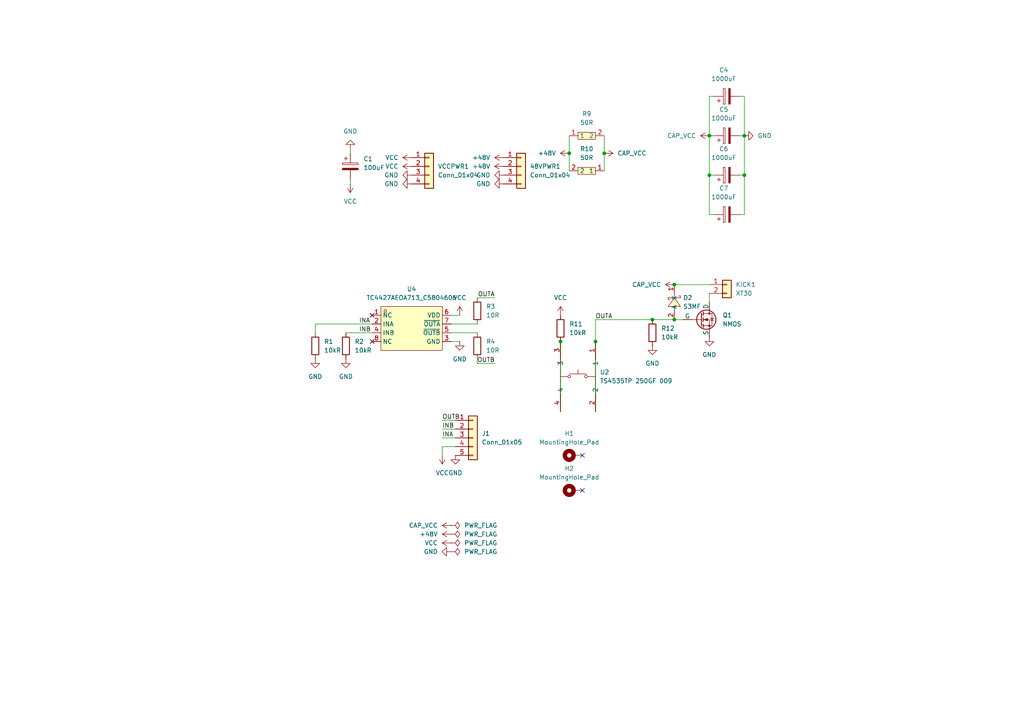
<source format=kicad_sch>
(kicad_sch (version 20231120) (generator "eeschema") (generator_version "8.0")
  (paper "A4")
  (lib_symbols
    (symbol "Connector_Generic:Conn_01x02" (pin_names (offset 1.016) hide)
      (property "Reference" "J" (at 0 2.54 0))
      (property "Value" "Conn_01x02" (at 0 -5.08 0))
      (symbol "Conn_01x02_1_1"
        (rectangle (start -1.27 -2.413) (end 0 -2.667) (stroke (width 0.1524)))
        (rectangle (start -1.27 0.127) (end 0 -0.127) (stroke (width 0.1524)))
        (rectangle (start -1.27 1.27) (end 1.27 -3.81) (stroke (width 0.254)) (fill (type background)))
        (pin passive line (at -5.08 0 0) (length 3.81) (name "Pin_1") (number "1"))
        (pin passive line (at -5.08 -2.54 0) (length 3.81) (name "Pin_2") (number "2"))
      )
    )
    (symbol "Connector_Generic:Conn_01x04" (pin_names (offset 1.016) hide)
      (property "Reference" "J" (at 0 5.08 0))
      (property "Value" "Conn_01x04" (at 0 -7.62 0))
      (symbol "Conn_01x04_1_1"
        (rectangle (start -1.27 -4.953) (end 0 -5.207) (stroke (width 0.1524)))
        (rectangle (start -1.27 -2.413) (end 0 -2.667) (stroke (width 0.1524)))
        (rectangle (start -1.27 0.127) (end 0 -0.127) (stroke (width 0.1524)))
        (rectangle (start -1.27 2.667) (end 0 2.413) (stroke (width 0.1524)))
        (rectangle (start -1.27 3.81) (end 1.27 -6.35) (stroke (width 0.254)) (fill (type background)))
        (pin passive line (at -5.08 2.54 0) (length 3.81) (name "Pin_1") (number "1"))
        (pin passive line (at -5.08 0 0) (length 3.81) (name "Pin_2") (number "2"))
        (pin passive line (at -5.08 -2.54 0) (length 3.81) (name "Pin_3") (number "3"))
        (pin passive line (at -5.08 -5.08 0) (length 3.81) (name "Pin_4") (number "4"))
      )
    )
    (symbol "Connector_Generic:Conn_01x05" (pin_names (offset 1.016) hide)
      (property "Reference" "J" (at 0 7.62 0))
      (property "Value" "Conn_01x05" (at 0 -7.62 0))
      (symbol "Conn_01x05_1_1"
        (rectangle (start -1.27 -4.953) (end 0 -5.207) (stroke (width 0.1524)))
        (rectangle (start -1.27 -2.413) (end 0 -2.667) (stroke (width 0.1524)))
        (rectangle (start -1.27 0.127) (end 0 -0.127) (stroke (width 0.1524)))
        (rectangle (start -1.27 2.667) (end 0 2.413) (stroke (width 0.1524)))
        (rectangle (start -1.27 5.207) (end 0 4.953) (stroke (width 0.1524)))
        (rectangle (start -1.27 6.35) (end 1.27 -6.35) (stroke (width 0.254)) (fill (type background)))
        (pin passive line (at -5.08 5.08 0) (length 3.81) (name "Pin_1") (number "1"))
        (pin passive line (at -5.08 2.54 0) (length 3.81) (name "Pin_2") (number "2"))
        (pin passive line (at -5.08 0 0) (length 3.81) (name "Pin_3") (number "3"))
        (pin passive line (at -5.08 -2.54 0) (length 3.81) (name "Pin_4") (number "4"))
        (pin passive line (at -5.08 -5.08 0) (length 3.81) (name "Pin_5") (number "5"))
      )
    )
    (symbol "Device:C_Polarized" (pin_numbers hide) (pin_names (offset 0.254))
      (property "Reference" "C" (at 0.635 2.54 0))
      (property "Value" "C_Polarized" (at 0.635 -2.54 0))
      (symbol "C_Polarized_0_1"
        (rectangle (start -2.286 0.508) (end 2.286 1.016))
        (polyline (pts (xy -1.778 2.286) (xy -0.762 2.286)))
        (polyline (pts (xy -1.27 2.794) (xy -1.27 1.778)))
        (rectangle (start 2.286 -0.508) (end -2.286 -1.016) (fill (type outline)))
      )
      (symbol "C_Polarized_1_1"
        (pin passive line (at 0 3.81 270) (length 2.794) (name "~") (number "1"))
        (pin passive line (at 0 -3.81 90) (length 2.794) (name "~") (number "2"))
      )
    )
    (symbol "Device:R" (pin_numbers hide) (pin_names (offset 0))
      (property "Reference" "R" (at 2.032 0 90))
      (property "Value" "R" (at 0 0 90))
      (symbol "R_0_1"
        (rectangle (start -1.016 -2.54) (end 1.016 2.54) (stroke (width 0.254)))
      )
      (symbol "R_1_1"
        (pin passive line (at 0 3.81 270) (length 1.27) (name "~") (number "1"))
        (pin passive line (at 0 -3.81 90) (length 1.27) (name "~") (number "2"))
      )
    )
    (symbol "EasyEDA:S3MF_C18199092"
      (property "Reference" "D" (at 0 6.35 0))
      (property "Value" "S3MF_C18199092" (at 0 -3.81 0))
      (symbol "S3MF_C18199092_0_1"
        (polyline (pts (xy -1.27 1.27) (xy -2.54 1.27)))
        (polyline (pts (xy 2.54 1.27) (xy 1.27 1.27)))
        (polyline (pts (xy 1.27 3.05) (xy -1.27 1.27) (xy 1.27 -0.51) (xy 1.27 3.05)) (fill (type background)))
        (polyline (pts (xy -1.78 2.54) (xy -1.78 3.05) (xy -1.27 3.05) (xy -1.27 -0.51) (xy -0.76 -0.51) (xy -0.76 0)))
      )
      (symbol "S3MF_C18199092_1_1"
        (pin passive line (at -5.08 1.27 0) (length 2.54) (name "K") (number "1"))
        (pin passive line (at 5.08 1.27 180) (length 2.54) (name "A") (number "2"))
      )
    )
    (symbol "EasyEDA:TC4427AEOA713_C5804606"
      (property "Reference" "U" (at 0 8.89 0))
      (property "Value" "TC4427AEOA713_C5804606" (at 0 -8.89 0))
      (symbol "TC4427AEOA713_C5804606_0_1"
        (rectangle (start -8.89 6.35) (end 8.89 -6.35) (fill (type background)))
        (circle (center -7.62 5.08) (radius 0.38))
      )
      (symbol "TC4427AEOA713_C5804606_1_1"
        (pin no_connect line (at -11.43 3.81 0) (length 2.54) (name "NC") (number "1"))
        (pin input line (at -11.43 1.27 0) (length 2.54) (name "INA") (number "2"))
        (pin power_in line (at 11.43 -3.81 180) (length 2.54) (name "GND") (number "3"))
        (pin input line (at -11.43 -1.27 0) (length 2.54) (name "INB") (number "4"))
        (pin output line (at 11.43 -1.27 180) (length 2.54) (name "~{OUTB}") (number "5"))
        (pin power_in line (at 11.43 3.81 180) (length 2.54) (name "VDD") (number "6"))
        (pin output line (at 11.43 1.27 180) (length 2.54) (name "~{OUTA}") (number "7"))
        (pin no_connect line (at -11.43 -3.81 0) (length 2.54) (name "NC") (number "8"))
      )
    )
    (symbol "EasyEDA:TO-220-35W-100R-5%"
      (property "Reference" "U" (at 0 5.08 0))
      (property "Value" "TO-220-35W-100R-5%" (at 0 -5.08 0))
      (symbol "TO-220-35W-100R-5%_0_1"
        (rectangle (start -2.54 1.02) (end 2.54 -1.02) (fill (type background)))
      )
      (symbol "TO-220-35W-100R-5%_1_1"
        (pin passive line (at -5.08 0 0) (length 2.54) (name "1") (number "1"))
        (pin passive line (at 5.08 0 180) (length 2.54) (name "2") (number "2"))
      )
    )
    (symbol "EasyEDA:TS4535TP250GF009"
      (property "Reference" "U" (at 0 10.16 0))
      (property "Value" "TS4535TP 250GF 009" (at 0 -10.16 0))
      (symbol "TS4535TP250GF009_0_1"
        (circle (center 0 -2.54) (radius 0.38))
        (polyline (pts (xy -5.08 -5.08) (xy 5.08 -5.08)))
        (polyline (pts (xy -5.08 5.08) (xy 5.08 5.08)))
        (polyline (pts (xy -2.03 0) (xy -0.76 0)))
        (polyline (pts (xy -0.76 2.54) (xy -0.76 -2.54)))
        (polyline (pts (xy 0 -5.08) (xy 0 -3.05)))
        (polyline (pts (xy 0 5.08) (xy 0 2.79)))
        (circle (center 0 2.29) (radius 0.38))
        (pin unspecified line (at -10.16 5.08 0) (length 5.08) (name "1") (number "1"))
        (pin unspecified line (at 10.16 5.08 180) (length 5.08) (name "2") (number "2"))
        (pin unspecified line (at -10.16 -5.08 0) (length 5.08) (name "3") (number "3"))
        (pin unspecified line (at 10.16 -5.08 180) (length 5.08) (name "4") (number "4"))
      )
    )
    (symbol "Mechanical:MountingHole_Pad" (pin_numbers hide) (pin_names (offset 1.016) hide) (exclude_from_sim yes) (in_bom no)
      (property "Reference" "H" (at 0 6.35 0))
      (property "Value" "MountingHole_Pad" (at 0 4.445 0))
      (symbol "MountingHole_Pad_0_1"
        (circle (center 0 1.27) (radius 1.27) (stroke (width 1.27)))
      )
      (symbol "MountingHole_Pad_1_1"
        (pin input line (at 0 -2.54 90) (length 2.54) (name "1") (number "1"))
      )
    )
    (symbol "Simulation_SPICE:NMOS" (pin_numbers hide) (pin_names (offset 0))
      (property "Reference" "Q" (at 5.08 1.27 0))
      (property "Value" "NMOS" (at 5.08 -1.27 0))
      (symbol "NMOS_0_1"
        (polyline (pts (xy 0.254 0) (xy -2.54 0)))
        (polyline (pts (xy 0.254 1.905) (xy 0.254 -1.905)) (stroke (width 0.254)))
        (polyline (pts (xy 0.762 -1.27) (xy 0.762 -2.286)) (stroke (width 0.254)))
        (polyline (pts (xy 0.762 0.508) (xy 0.762 -0.508)) (stroke (width 0.254)))
        (polyline (pts (xy 0.762 2.286) (xy 0.762 1.27)) (stroke (width 0.254)))
        (polyline (pts (xy 2.54 2.54) (xy 2.54 1.778)))
        (polyline (pts (xy 2.54 -2.54) (xy 2.54 0) (xy 0.762 0)))
        (polyline (pts (xy 0.762 -1.778) (xy 3.302 -1.778) (xy 3.302 1.778) (xy 0.762 1.778)))
        (polyline (pts (xy 1.016 0) (xy 2.032 0.381) (xy 2.032 -0.381) (xy 1.016 0)) (fill (type outline)))
        (polyline (pts (xy 2.794 0.508) (xy 2.921 0.381) (xy 3.683 0.381) (xy 3.81 0.254)))
        (polyline (pts (xy 3.302 0.381) (xy 2.921 -0.254) (xy 3.683 -0.254) (xy 3.302 0.381)))
        (circle (center 1.651 0) (radius 2.794) (stroke (width 0.254)))
        (circle (center 2.54 -1.778) (radius 0.254) (fill (type outline)))
        (circle (center 2.54 1.778) (radius 0.254) (fill (type outline)))
      )
      (symbol "NMOS_1_1"
        (pin passive line (at 2.54 5.08 270) (length 2.54) (name "D") (number "1"))
        (pin input line (at -5.08 0 0) (length 2.54) (name "G") (number "2"))
        (pin passive line (at 2.54 -5.08 90) (length 2.54) (name "S") (number "3"))
      )
    )
    (symbol "power:+48V" (power) (pin_numbers hide) (pin_names (offset 0) hide)
      (property "Value" "+48V" (at 0 3.556 0))
      (symbol "+48V_0_1"
        (polyline (pts (xy -0.762 1.27) (xy 0 2.54)))
        (polyline (pts (xy 0 0) (xy 0 2.54)))
        (polyline (pts (xy 0 2.54) (xy 0.762 1.27)))
      )
      (symbol "+48V_1_1"
        (pin power_in line (at 0 0 90) (length 0) (name "~") (number "1"))
      )
    )
    (symbol "power:GND" (power) (pin_numbers hide) (pin_names (offset 0) hide)
      (property "Value" "GND" (at 0 -3.81 0))
      (symbol "GND_0_1"
        (polyline (pts (xy 0 0) (xy 0 -1.27) (xy 1.27 -1.27) (xy 0 -2.54) (xy -1.27 -1.27) (xy 0 -1.27)))
      )
      (symbol "GND_1_1"
        (pin power_in line (at 0 0 270) (length 0) (name "~") (number "1"))
      )
    )
    (symbol "power:PWR_FLAG" (power) (pin_numbers hide) (pin_names (offset 0) hide)
      (property "Value" "PWR_FLAG" (at 0 3.81 0))
      (symbol "PWR_FLAG_0_0"
        (pin power_out line (at 0 0 90) (length 0) (name "~") (number "1"))
      )
      (symbol "PWR_FLAG_0_1"
        (polyline (pts (xy 0 0) (xy 0 1.27) (xy -1.016 1.905) (xy 0 2.54) (xy 1.016 1.905) (xy 0 1.27)))
      )
    )
    (symbol "power:VCC" (power) (pin_numbers hide) (pin_names (offset 0) hide)
      (property "Value" "VCC" (at 0 3.556 0))
      (symbol "VCC_0_1"
        (polyline (pts (xy -0.762 1.27) (xy 0 2.54)))
        (polyline (pts (xy 0 0) (xy 0 2.54)))
        (polyline (pts (xy 0 2.54) (xy 0.762 1.27)))
      )
      (symbol "VCC_1_1"
        (pin power_in line (at 0 0 90) (length 0) (name "~") (number "1"))
      )
    )
  )
  (junction (at 195.58 92.71))
  (junction (at 215.9 39.37))
  (junction (at 205.74 39.37))
  (junction (at 165.1 44.45))
  (junction (at 215.9 50.8))
  (junction (at 172.72 99.06))
  (junction (at 189.23 92.71))
  (junction (at 175.26 44.45))
  (junction (at 162.56 99.06))
  (junction (at 195.58 82.55))
  (junction (at 205.74 50.8))
  (no_connect (at 168.91 142.24))
  (no_connect (at 168.91 132.08))
  (no_connect (at 107.95 99.06))
  (no_connect (at 107.95 91.44))
  (wire (pts (xy 215.9 62.23) (xy 215.9 50.8)))
  (wire (pts (xy 138.43 105.41) (xy 138.43 104.14)))
  (wire (pts (xy 101.6 43.18) (xy 101.6 44.45)))
  (wire (pts (xy 130.81 93.98) (xy 138.43 93.98)))
  (wire (pts (xy 130.81 96.52) (xy 138.43 96.52)))
  (wire (pts (xy 172.72 92.71) (xy 172.72 99.06)))
  (wire (pts (xy 175.26 44.45) (xy 175.26 49.53)))
  (wire (pts (xy 128.27 127) (xy 132.08 127)))
  (wire (pts (xy 205.74 85.09) (xy 205.74 87.63)))
  (wire (pts (xy 214.63 62.23) (xy 215.9 62.23)))
  (wire (pts (xy 215.9 27.94) (xy 214.63 27.94)))
  (wire (pts (xy 138.43 86.36) (xy 143.51 86.36)))
  (wire (pts (xy 205.74 62.23) (xy 205.74 50.8)))
  (wire (pts (xy 215.9 50.8) (xy 214.63 50.8)))
  (wire (pts (xy 215.9 39.37) (xy 214.63 39.37)))
  (wire (pts (xy 189.23 92.71) (xy 195.58 92.71)))
  (wire (pts (xy 207.01 62.23) (xy 205.74 62.23)))
  (wire (pts (xy 100.33 96.52) (xy 107.95 96.52)))
  (wire (pts (xy 205.74 39.37) (xy 205.74 50.8)))
  (wire (pts (xy 195.58 82.55) (xy 205.74 82.55)))
  (wire (pts (xy 133.35 91.44) (xy 130.81 91.44)))
  (wire (pts (xy 165.1 39.37) (xy 165.1 44.45)))
  (wire (pts (xy 133.35 99.06) (xy 130.81 99.06)))
  (wire (pts (xy 172.72 92.71) (xy 189.23 92.71)))
  (wire (pts (xy 205.74 39.37) (xy 207.01 39.37)))
  (wire (pts (xy 162.56 99.06) (xy 162.56 119.38)))
  (wire (pts (xy 165.1 44.45) (xy 165.1 49.53)))
  (wire (pts (xy 143.51 105.41) (xy 138.43 105.41)))
  (wire (pts (xy 101.6 53.34) (xy 101.6 52.07)))
  (wire (pts (xy 215.9 39.37) (xy 215.9 50.8)))
  (wire (pts (xy 128.27 124.46) (xy 132.08 124.46)))
  (wire (pts (xy 91.44 93.98) (xy 91.44 96.52)))
  (wire (pts (xy 128.27 121.92) (xy 132.08 121.92)))
  (wire (pts (xy 205.74 27.94) (xy 207.01 27.94)))
  (wire (pts (xy 132.08 129.54) (xy 128.27 129.54)))
  (wire (pts (xy 107.95 93.98) (xy 91.44 93.98)))
  (wire (pts (xy 175.26 39.37) (xy 175.26 44.45)))
  (wire (pts (xy 205.74 27.94) (xy 205.74 39.37)))
  (wire (pts (xy 215.9 27.94) (xy 215.9 39.37)))
  (wire (pts (xy 195.58 92.71) (xy 198.12 92.71)))
  (wire (pts (xy 205.74 50.8) (xy 207.01 50.8)))
  (wire (pts (xy 172.72 99.06) (xy 172.72 119.38)))
  (wire (pts (xy 128.27 129.54) (xy 128.27 132.08)))
  (label "OUTA" (at 172.72 92.71 0))
  (label "OUTA" (at 143.51 86.36 180))
  (label "INB" (at 104.14 96.52 0))
  (label "INA" (at 128.27 127 0))
  (label "OUTB" (at 143.51 105.41 180))
  (label "INB" (at 128.27 124.46 0))
  (label "OUTB" (at 128.27 121.92 0))
  (label "INA" (at 104.14 93.98 0))
  (symbol (lib_id "power:+48V") (at 165.1 44.45 90) (unit 1)
    (property "Reference" "#PWR06" (effects (hide yes)))
    (property "Value" "+48V" (at 161.29 44.4499 90) (effects (justify left)))
    (property "Description" "Power symbol creates a global label with name \"+48V\"" (effects (hide yes)))
  )
  (symbol (lib_id "Device:R") (at 138.43 90.17 180) (unit 1)
    (property "Reference" "R3" (at 140.97 88.8999 0) (effects (justify right)))
    (property "Value" "10R" (at 140.97 91.4399 0) (effects (justify right)))
    (property "Footprint" "Resistor_SMD:R_1206_3216Metric_Pad1.30x1.75mm_HandSolder" (effects (hide yes)))
    (property "Description" "Resistor" (effects (hide yes)))
  )
  (symbol (lib_id "Mechanical:MountingHole_Pad") (at 166.37 132.08 90) (unit 1) (exclude_from_sim yes) (in_bom no)
    (property "Reference" "H1" (at 165.1 125.73 90))
    (property "Value" "MountingHole_Pad" (at 165.1 128.27 90))
    (property "Footprint" "MountingHole:MountingHole_2.2mm_M2_Pad_Via" (effects (hide yes)))
    (property "Description" "Mounting Hole with connection" (effects (hide yes)))
  )
  (symbol (lib_id "Device:R") (at 91.44 100.33 180) (unit 1)
    (property "Reference" "R1" (at 93.98 99.0599 0) (effects (justify right)))
    (property "Value" "10kR" (at 93.98 101.5999 0) (effects (justify right)))
    (property "Footprint" "Resistor_SMD:R_1206_3216Metric_Pad1.30x1.75mm_HandSolder" (effects (hide yes)))
    (property "Description" "Resistor" (effects (hide yes)))
  )
  (symbol (lib_id "power:GND") (at 91.44 104.14 0) (unit 1)
    (property "Reference" "#PWR012" (effects (hide yes)))
    (property "Value" "GND" (at 91.44 109.22 0))
    (property "Description" "Power symbol creates a global label with name \"GND\" , ground" (effects (hide yes)))
  )
  (symbol (lib_id "Device:C_Polarized") (at 210.82 62.23 90) (unit 1)
    (property "Reference" "C7" (at 209.931 54.61 90))
    (property "Value" "1000uF" (at 209.931 57.15 90))
    (property "Footprint" "EasyEDA:CAP-TH_BD13.0-P5.00-D1.2-FD" (effects (hide yes)))
    (property "Description" "Polarized capacitor" (effects (hide yes)))
  )
  (symbol (lib_id "power:VCC") (at 101.6 53.34 180) (unit 1)
    (property "Reference" "#PWR014" (effects (hide yes)))
    (property "Value" "VCC" (at 101.6 58.42 0))
    (property "Description" "Power symbol creates a global label with name \"VCC\"" (effects (hide yes)))
  )
  (symbol (lib_id "power:GND") (at 132.08 132.08 0) (unit 1)
    (property "Reference" "#PWR020" (effects (hide yes)))
    (property "Value" "GND" (at 132.08 137.16 0))
    (property "Description" "Power symbol creates a global label with name \"GND\" , ground" (effects (hide yes)))
  )
  (symbol (lib_id "Simulation_SPICE:NMOS") (at 203.2 92.71 0) (unit 1)
    (property "Reference" "Q1" (at 209.55 91.4399 0) (effects (justify left)))
    (property "Value" "NMOS" (at 209.55 93.9799 0) (effects (justify left)))
    (property "Footprint" "Package_TO_SOT_THT:TO-247-3_Vertical" (effects (hide yes)))
    (property "Datasheet" "https://ngspice.sourceforge.io/docs/ngspice-html-manual/manual.xhtml#cha_MOSFETs" (effects (hide yes)))
    (property "Description" "N-MOSFET transistor, drain/source/gate" (effects (hide yes)))
    (property "Sim.Device" "NMOS" (effects (hide yes)))
    (property "Sim.Type" "VDMOS" (effects (hide yes)))
    (property "Sim.Pins" "1=D 2=G 3=S" (effects (hide yes)))
  )
  (symbol (lib_id "power:+48V") (at 146.05 45.72 90) (unit 1)
    (property "Reference" "#PWR025" (effects (hide yes)))
    (property "Value" "+48V" (at 142.24 45.7199 90) (effects (justify left)))
    (property "Description" "Power symbol creates a global label with name \"+48V\"" (effects (hide yes)))
  )
  (symbol (lib_id "power:GND") (at 101.6 43.18 180) (unit 1)
    (property "Reference" "#PWR05" (effects (hide yes)))
    (property "Value" "GND" (at 101.6 38.1 0))
    (property "Description" "Power symbol creates a global label with name \"GND\" , ground" (effects (hide yes)))
  )
  (symbol (lib_id "Device:C_Polarized") (at 210.82 39.37 90) (unit 1)
    (property "Reference" "C5" (at 209.931 31.75 90))
    (property "Value" "1000uF" (at 209.931 34.29 90))
    (property "Footprint" "EasyEDA:CAP-TH_BD13.0-P5.00-D1.2-FD" (effects (hide yes)))
    (property "Description" "Polarized capacitor" (effects (hide yes)))
  )
  (symbol (lib_id "power:GND") (at 119.38 53.34 270) (unit 1)
    (property "Reference" "#PWR04" (effects (hide yes)))
    (property "Value" "GND" (at 115.57 53.3399 90) (effects (justify right)))
    (property "Description" "Power symbol creates a global label with name \"GND\" , ground" (effects (hide yes)))
  )
  (symbol (lib_id "power:VCC") (at 162.56 91.44 0) (unit 1)
    (property "Reference" "#PWR018" (effects (hide yes)))
    (property "Value" "VCC" (at 162.56 86.36 0))
    (property "Description" "Power symbol creates a global label with name \"VCC\"" (effects (hide yes)))
  )
  (symbol (lib_id "power:GND") (at 130.81 160.02 270) (unit 1)
    (property "Reference" "#PWR022" (effects (hide yes)))
    (property "Value" "GND" (at 127 160.0199 90) (effects (justify right)))
    (property "Description" "Power symbol creates a global label with name \"GND\" , ground" (effects (hide yes)))
  )
  (symbol (lib_id "power:VCC") (at 128.27 132.08 180) (unit 1)
    (property "Reference" "#PWR019" (effects (hide yes)))
    (property "Value" "VCC" (at 128.27 137.16 0))
    (property "Description" "Power symbol creates a global label with name \"VCC\"" (effects (hide yes)))
  )
  (symbol (lib_id "power:GND") (at 133.35 99.06 0) (unit 1)
    (property "Reference" "#PWR016" (effects (hide yes)))
    (property "Value" "GND" (at 133.35 104.14 0))
    (property "Description" "Power symbol creates a global label with name \"GND\" , ground" (effects (hide yes)))
  )
  (symbol (lib_id "power:GND") (at 146.05 50.8 270) (unit 1)
    (property "Reference" "#PWR027" (effects (hide yes)))
    (property "Value" "GND" (at 142.24 50.7999 90) (effects (justify right)))
    (property "Description" "Power symbol creates a global label with name \"GND\" , ground" (effects (hide yes)))
  )
  (symbol (lib_id "power:+48V") (at 205.74 39.37 90) (unit 1)
    (property "Reference" "#PWR08" (effects (hide yes)))
    (property "Value" "CAP_VCC" (at 201.93 39.3699 90) (effects (justify left)))
    (property "Description" "Power symbol creates a global label with name \"+48V\"" (effects (hide yes)))
  )
  (symbol (lib_id "Device:C_Polarized") (at 210.82 50.8 90) (unit 1)
    (property "Reference" "C6" (at 209.931 43.18 90))
    (property "Value" "1000uF" (at 209.931 45.72 90))
    (property "Footprint" "EasyEDA:CAP-TH_BD13.0-P5.00-D1.2-FD" (effects (hide yes)))
    (property "Description" "Polarized capacitor" (effects (hide yes)))
  )
  (symbol (lib_id "power:GND") (at 146.05 53.34 270) (unit 1)
    (property "Reference" "#PWR028" (effects (hide yes)))
    (property "Value" "GND" (at 142.24 53.3399 90) (effects (justify right)))
    (property "Description" "Power symbol creates a global label with name \"GND\" , ground" (effects (hide yes)))
  )
  (symbol (lib_id "EasyEDA:TS4535TP250GF009") (at 167.64 109.22 270) (unit 1)
    (property "Reference" "U2" (at 173.99 107.9499 90) (effects (justify left)))
    (property "Value" "TS4535TP 250GF 009" (at 173.99 110.4899 90) (effects (justify left)))
    (property "Footprint" "EasyEDA:SW-SMD_4P-L4.5-W4.5-P3.00-LS6.8" (effects (hide yes)))
    (property "LCSC Part" "C5342982" (effects (hide yes)))
  )
  (symbol (lib_id "Connector_Generic:Conn_01x02") (at 210.82 82.55 0) (unit 1)
    (property "Reference" "KICK1" (at 213.36 82.5499 0) (effects (justify left)))
    (property "Value" "XT30" (at 213.36 85.0899 0) (effects (justify left)))
    (property "Footprint" "Connector_AMASS:AMASS_XT30U-F_1x02_P5.0mm_Vertical" (effects (hide yes)))
    (property "Description" "Generic connector, single row, 01x02, script generated (kicad-library-utils/schlib/autogen/connector/)" (effects (hide yes)))
  )
  (symbol (lib_id "Device:C_Polarized") (at 101.6 48.26 0) (unit 1)
    (property "Reference" "C1" (at 105.41 46.1009 0) (effects (justify left)))
    (property "Value" "100uF" (at 105.41 48.6409 0) (effects (justify left)))
    (property "Footprint" "Capacitor_SMD:CP_Elec_6.3x7.7" (effects (hide yes)))
    (property "Description" "Polarized capacitor" (effects (hide yes)))
  )
  (symbol (lib_id "power:+48V") (at 195.58 82.55 90) (unit 1)
    (property "Reference" "#PWR010" (effects (hide yes)))
    (property "Value" "CAP_VCC" (at 191.77 82.5499 90) (effects (justify left)))
    (property "Description" "Power symbol creates a global label with name \"+48V\"" (effects (hide yes)))
  )
  (symbol (lib_id "power:+48V") (at 130.81 154.94 90) (unit 1)
    (property "Reference" "#PWR023" (effects (hide yes)))
    (property "Value" "+48V" (at 127 154.9399 90) (effects (justify left)))
    (property "Description" "Power symbol creates a global label with name \"+48V\"" (effects (hide yes)))
  )
  (symbol (lib_id "EasyEDA:S3MF_C18199092") (at 194.31 87.63 270) (unit 1)
    (property "Reference" "D2" (at 198.12 86.3599 90) (effects (justify left)))
    (property "Value" "S3MF" (at 198.12 88.8999 90) (effects (justify left)))
    (property "Footprint" "EasyEDA:SMAF_L3.5-W2.6-LS4.7-RD-1" (effects (hide yes)))
    (property "LCSC Part" "C18199092" (effects (hide yes)))
  )
  (symbol (lib_id "power:+48V") (at 130.81 152.4 90) (unit 1)
    (property "Reference" "#PWR024" (effects (hide yes)))
    (property "Value" "CAP_VCC" (at 127 152.3999 90) (effects (justify left)))
    (property "Description" "Power symbol creates a global label with name \"+48V\"" (effects (hide yes)))
  )
  (symbol (lib_id "Device:R") (at 162.56 95.25 0) (unit 1)
    (property "Reference" "R11" (at 165.1 93.9799 0) (effects (justify left)))
    (property "Value" "10kR" (at 165.1 96.5199 0) (effects (justify left)))
    (property "Footprint" "Resistor_SMD:R_1206_3216Metric_Pad1.30x1.75mm_HandSolder" (effects (hide yes)))
    (property "Description" "Resistor" (effects (hide yes)))
  )
  (symbol (lib_id "power:GND") (at 189.23 100.33 0) (unit 1)
    (property "Reference" "#PWR017" (effects (hide yes)))
    (property "Value" "GND" (at 189.23 105.41 0))
    (property "Description" "Power symbol creates a global label with name \"GND\" , ground" (effects (hide yes)))
  )
  (symbol (lib_id "power:VCC") (at 119.38 48.26 90) (unit 1)
    (property "Reference" "#PWR02" (effects (hide yes)))
    (property "Value" "VCC" (at 115.57 48.2599 90) (effects (justify left)))
    (property "Description" "Power symbol creates a global label with name \"VCC\"" (effects (hide yes)))
  )
  (symbol (lib_id "power:PWR_FLAG") (at 130.81 154.94 270) (unit 1)
    (property "Reference" "#FLG03" (effects (hide yes)))
    (property "Value" "PWR_FLAG" (at 134.62 154.9399 90) (effects (justify left)))
    (property "Description" "Special symbol for telling ERC where power comes from" (effects (hide yes)))
  )
  (symbol (lib_id "Device:C_Polarized") (at 210.82 27.94 90) (unit 1)
    (property "Reference" "C4" (at 209.931 20.32 90))
    (property "Value" "1000uF" (at 209.931 22.86 90))
    (property "Footprint" "EasyEDA:CAP-TH_BD13.0-P5.00-D1.2-FD" (effects (hide yes)))
    (property "Description" "Polarized capacitor" (effects (hide yes)))
  )
  (symbol (lib_id "EasyEDA:TC4427AEOA713_C5804606") (at 119.38 95.25 0) (unit 1)
    (property "Reference" "U4" (at 119.38 83.82 0))
    (property "Value" "TC4427AEOA713_C5804606" (at 119.38 86.36 0))
    (property "Footprint" "EasyEDA:SOIC-8_L4.9-W3.9-P1.27-LS6.0-BL" (effects (hide yes)))
    (property "LCSC Part" "C5804606" (effects (hide yes)))
  )
  (symbol (lib_id "power:PWR_FLAG") (at 130.81 157.48 270) (unit 1)
    (property "Reference" "#FLG01" (effects (hide yes)))
    (property "Value" "PWR_FLAG" (at 134.62 157.4799 90) (effects (justify left)))
    (property "Description" "Special symbol for telling ERC where power comes from" (effects (hide yes)))
  )
  (symbol (lib_id "power:VCC") (at 133.35 91.44 0) (unit 1)
    (property "Reference" "#PWR015" (effects (hide yes)))
    (property "Value" "VCC" (at 133.35 86.36 0))
    (property "Description" "Power symbol creates a global label with name \"VCC\"" (effects (hide yes)))
  )
  (symbol (lib_id "power:GND") (at 205.74 97.79 0) (unit 1)
    (property "Reference" "#PWR011" (effects (hide yes)))
    (property "Value" "GND" (at 205.74 102.87 0))
    (property "Description" "Power symbol creates a global label with name \"GND\" , ground" (effects (hide yes)))
  )
  (symbol (lib_id "power:VCC") (at 119.38 45.72 90) (unit 1)
    (property "Reference" "#PWR01" (effects (hide yes)))
    (property "Value" "VCC" (at 115.57 45.7199 90) (effects (justify left)))
    (property "Description" "Power symbol creates a global label with name \"VCC\"" (effects (hide yes)))
  )
  (symbol (lib_id "power:GND") (at 100.33 104.14 0) (unit 1)
    (property "Reference" "#PWR013" (effects (hide yes)))
    (property "Value" "GND" (at 100.33 109.22 0))
    (property "Description" "Power symbol creates a global label with name \"GND\" , ground" (effects (hide yes)))
  )
  (symbol (lib_id "power:VCC") (at 130.81 157.48 90) (unit 1)
    (property "Reference" "#PWR021" (effects (hide yes)))
    (property "Value" "VCC" (at 127 157.4799 90) (effects (justify left)))
    (property "Description" "Power symbol creates a global label with name \"VCC\"" (effects (hide yes)))
  )
  (symbol (lib_id "Connector_Generic:Conn_01x04") (at 151.13 48.26 0) (unit 1)
    (property "Reference" "48VPWR1" (at 153.67 48.2599 0) (effects (justify left)))
    (property "Value" "Conn_01x04" (at 153.67 50.7999 0) (effects (justify left)))
    (property "Footprint" "Connector_PinHeader_2.54mm:PinHeader_1x04_P2.54mm_Vertical" (effects (hide yes)))
    (property "Description" "Generic connector, single row, 01x04, script generated (kicad-library-utils/schlib/autogen/connector/)" (effects (hide yes)))
  )
  (symbol (lib_id "Connector_Generic:Conn_01x04") (at 124.46 48.26 0) (unit 1)
    (property "Reference" "VCCPWR1" (at 127 48.2599 0) (effects (justify left)))
    (property "Value" "Conn_01x04" (at 127 50.7999 0) (effects (justify left)))
    (property "Footprint" "Connector_PinHeader_2.54mm:PinHeader_1x04_P2.54mm_Vertical" (effects (hide yes)))
    (property "Description" "Generic connector, single row, 01x04, script generated (kicad-library-utils/schlib/autogen/connector/)" (effects (hide yes)))
  )
  (symbol (lib_id "Device:R") (at 100.33 100.33 180) (unit 1)
    (property "Reference" "R2" (at 102.87 99.0599 0) (effects (justify right)))
    (property "Value" "10kR" (at 102.87 101.5999 0) (effects (justify right)))
    (property "Footprint" "Resistor_SMD:R_1206_3216Metric_Pad1.30x1.75mm_HandSolder" (effects (hide yes)))
    (property "Description" "Resistor" (effects (hide yes)))
  )
  (symbol (lib_id "power:GND") (at 119.38 50.8 270) (unit 1)
    (property "Reference" "#PWR03" (effects (hide yes)))
    (property "Value" "GND" (at 115.57 50.7999 90) (effects (justify right)))
    (property "Description" "Power symbol creates a global label with name \"GND\" , ground" (effects (hide yes)))
  )
  (symbol (lib_id "Connector_Generic:Conn_01x05") (at 137.16 127 0) (unit 1)
    (property "Reference" "J1" (at 139.7 125.7299 0) (effects (justify left)))
    (property "Value" "Conn_01x05" (at 139.7 128.2699 0) (effects (justify left)))
    (property "Footprint" "Connector_PinHeader_2.54mm:PinHeader_1x05_P2.54mm_Vertical" (effects (hide yes)))
    (property "Description" "Generic connector, single row, 01x05, script generated (kicad-library-utils/schlib/autogen/connector/)" (effects (hide yes)))
  )
  (symbol (lib_id "power:+48V") (at 175.26 44.45 270) (unit 1)
    (property "Reference" "#PWR07" (effects (hide yes)))
    (property "Value" "CAP_VCC" (at 179.07 44.4499 90) (effects (justify left)))
    (property "Description" "Power symbol creates a global label with name \"+48V\"" (effects (hide yes)))
  )
  (symbol (lib_id "Mechanical:MountingHole_Pad") (at 166.37 142.24 90) (unit 1) (exclude_from_sim yes) (in_bom no)
    (property "Reference" "H2" (at 165.1 135.89 90))
    (property "Value" "MountingHole_Pad" (at 165.1 138.43 90))
    (property "Footprint" "MountingHole:MountingHole_2.2mm_M2_Pad_Via" (effects (hide yes)))
    (property "Description" "Mounting Hole with connection" (effects (hide yes)))
  )
  (symbol (lib_id "Device:R") (at 189.23 96.52 180) (unit 1)
    (property "Reference" "R12" (at 191.77 95.2499 0) (effects (justify right)))
    (property "Value" "10kR" (at 191.77 97.7899 0) (effects (justify right)))
    (property "Footprint" "Resistor_SMD:R_1206_3216Metric_Pad1.30x1.75mm_HandSolder" (effects (hide yes)))
    (property "Description" "Resistor" (effects (hide yes)))
  )
  (symbol (lib_id "power:PWR_FLAG") (at 130.81 152.4 270) (unit 1)
    (property "Reference" "#FLG04" (effects (hide yes)))
    (property "Value" "PWR_FLAG" (at 134.62 152.3999 90) (effects (justify left)))
    (property "Description" "Special symbol for telling ERC where power comes from" (effects (hide yes)))
  )
  (symbol (lib_id "power:GND") (at 215.9 39.37 90) (unit 1)
    (property "Reference" "#PWR09" (effects (hide yes)))
    (property "Value" "GND" (at 219.71 39.3699 90) (effects (justify right)))
    (property "Description" "Power symbol creates a global label with name \"GND\" , ground" (effects (hide yes)))
  )
  (symbol (lib_id "Device:R") (at 138.43 100.33 180) (unit 1)
    (property "Reference" "R4" (at 140.97 99.0599 0) (effects (justify right)))
    (property "Value" "10R" (at 140.97 101.5999 0) (effects (justify right)))
    (property "Footprint" "Resistor_SMD:R_1206_3216Metric_Pad1.30x1.75mm_HandSolder" (effects (hide yes)))
    (property "Description" "Resistor" (effects (hide yes)))
  )
  (symbol (lib_id "power:PWR_FLAG") (at 130.81 160.02 270) (unit 1)
    (property "Reference" "#FLG02" (effects (hide yes)))
    (property "Value" "PWR_FLAG" (at 134.62 160.0199 90) (effects (justify left)))
    (property "Description" "Special symbol for telling ERC where power comes from" (effects (hide yes)))
  )
  (symbol (lib_id "EasyEDA:TO-220-35W-100R-5%") (at 170.18 39.37 0) (unit 1)
    (property "Reference" "R9" (at 170.18 33.02 0))
    (property "Value" "50R" (at 170.18 35.56 0))
    (property "Footprint" "EasyEDA:TO-220-2L_L10.2-W4.6-P5.08-L" (effects (hide yes)))
    (property "LCSC Part" "C5209737" (effects (hide yes)))
  )
  (symbol (lib_id "power:+48V") (at 146.05 48.26 90) (unit 1)
    (property "Reference" "#PWR026" (effects (hide yes)))
    (property "Value" "+48V" (at 142.24 48.2599 90) (effects (justify left)))
    (property "Description" "Power symbol creates a global label with name \"+48V\"" (effects (hide yes)))
  )
  (symbol (lib_id "EasyEDA:TO-220-35W-100R-5%") (at 170.18 49.53 180) (unit 1)
    (property "Reference" "R10" (at 170.18 43.18 0))
    (property "Value" "50R" (at 170.18 45.72 0))
    (property "Footprint" "EasyEDA:TO-220-2L_L10.2-W4.6-P5.08-L" (effects (hide yes)))
    (property "LCSC Part" "C5209737" (effects (hide yes)))
  )
)
</source>
